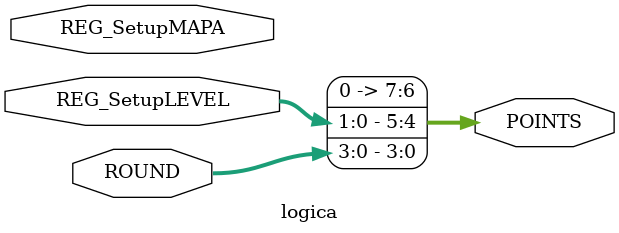
<source format=v>
module logica
(
	REG_SetupLEVEL,
	ROUND,
	REG_SetupMAPA,
	POINTS
);

input wire [1:0] REG_SetupLEVEL;
input wire [3:0] ROUND;
input wire [1:0] REG_SetupMAPA;

output wire [7:0] POINTS;

assign POINTS = {REG_SetupLEVEL, ROUND};
 
endmodule
</source>
